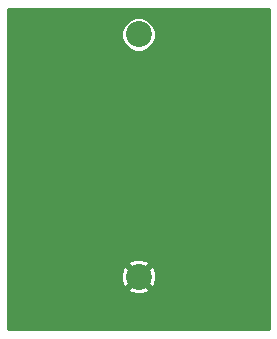
<source format=gbl>
G04 #@! TF.FileFunction,Copper,L2,Bot,Signal*
%FSLAX46Y46*%
G04 Gerber Fmt 4.6, Leading zero omitted, Abs format (unit mm)*
G04 Created by KiCad (PCBNEW 0.201508170901+6097~28~ubuntu14.04.1-product) date So 05 Jun 2016 18:42:39 CEST*
%MOMM*%
G01*
G04 APERTURE LIST*
%ADD10C,0.100000*%
%ADD11C,2.200000*%
%ADD12C,0.254000*%
G04 APERTURE END LIST*
D10*
D11*
X11500000Y-23070000D03*
X11500000Y-2570000D03*
D12*
G36*
X22544000Y-27544000D02*
X456000Y-27544000D01*
X456000Y-24156153D01*
X10593452Y-24156153D01*
X10718325Y-24361948D01*
X11272234Y-24562739D01*
X11860818Y-24536274D01*
X12281675Y-24361948D01*
X12406548Y-24156153D01*
X11500000Y-23249605D01*
X10593452Y-24156153D01*
X456000Y-24156153D01*
X456000Y-22842234D01*
X10007261Y-22842234D01*
X10033726Y-23430818D01*
X10208052Y-23851675D01*
X10413847Y-23976548D01*
X11320395Y-23070000D01*
X11679605Y-23070000D01*
X12586153Y-23976548D01*
X12791948Y-23851675D01*
X12992739Y-23297766D01*
X12966274Y-22709182D01*
X12791948Y-22288325D01*
X12586153Y-22163452D01*
X11679605Y-23070000D01*
X11320395Y-23070000D01*
X10413847Y-22163452D01*
X10208052Y-22288325D01*
X10007261Y-22842234D01*
X456000Y-22842234D01*
X456000Y-21983847D01*
X10593452Y-21983847D01*
X11500000Y-22890395D01*
X12406548Y-21983847D01*
X12281675Y-21778052D01*
X11727766Y-21577261D01*
X11139182Y-21603726D01*
X10718325Y-21778052D01*
X10593452Y-21983847D01*
X456000Y-21983847D01*
X456000Y-2863297D01*
X10018743Y-2863297D01*
X10243737Y-3407823D01*
X10659985Y-3824799D01*
X11204118Y-4050743D01*
X11793297Y-4051257D01*
X12337823Y-3826263D01*
X12754799Y-3410015D01*
X12980743Y-2865882D01*
X12981257Y-2276703D01*
X12756263Y-1732177D01*
X12340015Y-1315201D01*
X11795882Y-1089257D01*
X11206703Y-1088743D01*
X10662177Y-1313737D01*
X10245201Y-1729985D01*
X10019257Y-2274118D01*
X10018743Y-2863297D01*
X456000Y-2863297D01*
X456000Y-456000D01*
X22544000Y-456000D01*
X22544000Y-27544000D01*
X22544000Y-27544000D01*
G37*
X22544000Y-27544000D02*
X456000Y-27544000D01*
X456000Y-24156153D01*
X10593452Y-24156153D01*
X10718325Y-24361948D01*
X11272234Y-24562739D01*
X11860818Y-24536274D01*
X12281675Y-24361948D01*
X12406548Y-24156153D01*
X11500000Y-23249605D01*
X10593452Y-24156153D01*
X456000Y-24156153D01*
X456000Y-22842234D01*
X10007261Y-22842234D01*
X10033726Y-23430818D01*
X10208052Y-23851675D01*
X10413847Y-23976548D01*
X11320395Y-23070000D01*
X11679605Y-23070000D01*
X12586153Y-23976548D01*
X12791948Y-23851675D01*
X12992739Y-23297766D01*
X12966274Y-22709182D01*
X12791948Y-22288325D01*
X12586153Y-22163452D01*
X11679605Y-23070000D01*
X11320395Y-23070000D01*
X10413847Y-22163452D01*
X10208052Y-22288325D01*
X10007261Y-22842234D01*
X456000Y-22842234D01*
X456000Y-21983847D01*
X10593452Y-21983847D01*
X11500000Y-22890395D01*
X12406548Y-21983847D01*
X12281675Y-21778052D01*
X11727766Y-21577261D01*
X11139182Y-21603726D01*
X10718325Y-21778052D01*
X10593452Y-21983847D01*
X456000Y-21983847D01*
X456000Y-2863297D01*
X10018743Y-2863297D01*
X10243737Y-3407823D01*
X10659985Y-3824799D01*
X11204118Y-4050743D01*
X11793297Y-4051257D01*
X12337823Y-3826263D01*
X12754799Y-3410015D01*
X12980743Y-2865882D01*
X12981257Y-2276703D01*
X12756263Y-1732177D01*
X12340015Y-1315201D01*
X11795882Y-1089257D01*
X11206703Y-1088743D01*
X10662177Y-1313737D01*
X10245201Y-1729985D01*
X10019257Y-2274118D01*
X10018743Y-2863297D01*
X456000Y-2863297D01*
X456000Y-456000D01*
X22544000Y-456000D01*
X22544000Y-27544000D01*
M02*

</source>
